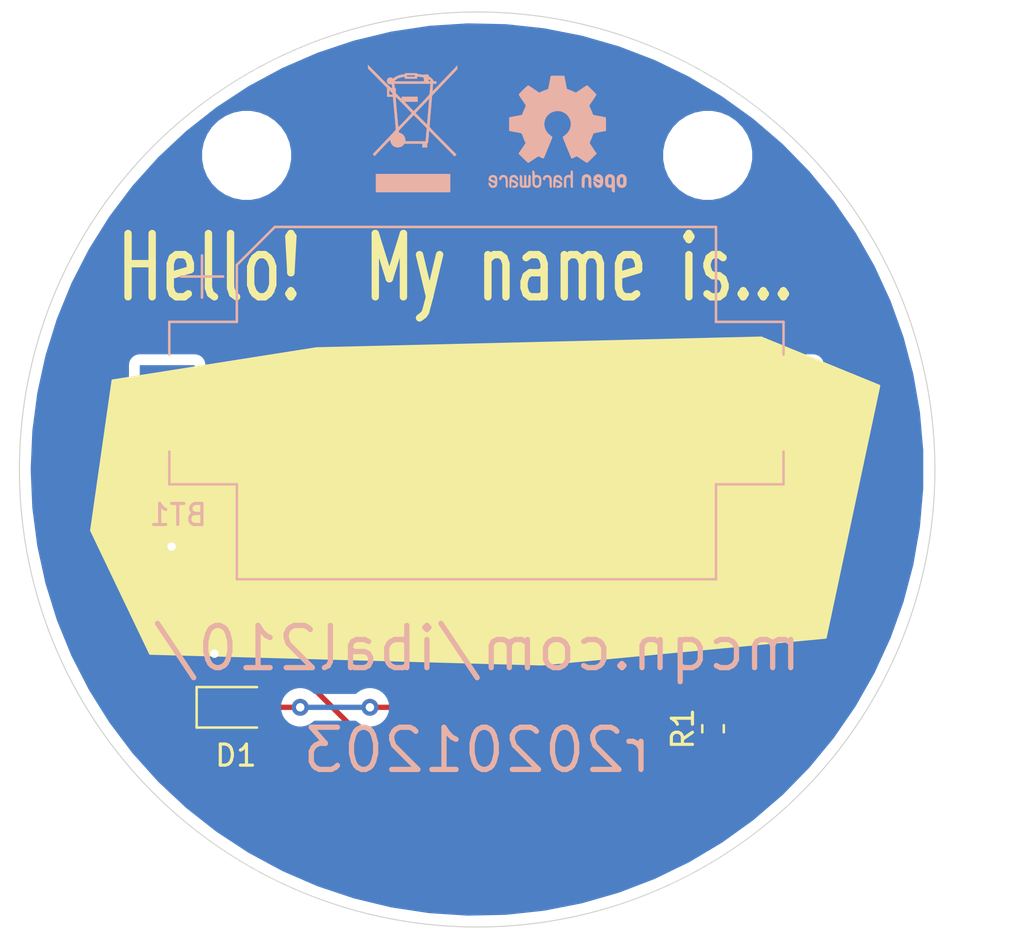
<source format=kicad_pcb>
(kicad_pcb (version 20171130) (host pcbnew 5.1.5+dfsg1-2build2)

  (general
    (thickness 1.6)
    (drawings 5)
    (tracks 16)
    (zones 0)
    (modules 7)
    (nets 4)
  )

  (page A4)
  (layers
    (0 F.Cu signal)
    (31 B.Cu signal)
    (32 B.Adhes user)
    (33 F.Adhes user)
    (34 B.Paste user)
    (35 F.Paste user)
    (36 B.SilkS user)
    (37 F.SilkS user)
    (38 B.Mask user)
    (39 F.Mask user)
    (40 Dwgs.User user)
    (41 Cmts.User user)
    (42 Eco1.User user)
    (43 Eco2.User user)
    (44 Edge.Cuts user)
    (45 Margin user)
    (46 B.CrtYd user)
    (47 F.CrtYd user)
    (48 B.Fab user)
    (49 F.Fab user)
  )

  (setup
    (last_trace_width 0.25)
    (trace_clearance 0.2)
    (zone_clearance 0.508)
    (zone_45_only no)
    (trace_min 0.2)
    (via_size 0.8)
    (via_drill 0.4)
    (via_min_size 0.4)
    (via_min_drill 0.3)
    (uvia_size 0.3)
    (uvia_drill 0.1)
    (uvias_allowed no)
    (uvia_min_size 0.2)
    (uvia_min_drill 0.1)
    (edge_width 0.05)
    (segment_width 0.2)
    (pcb_text_width 0.3)
    (pcb_text_size 1.5 1.5)
    (mod_edge_width 0.12)
    (mod_text_size 1 1)
    (mod_text_width 0.15)
    (pad_size 1.524 1.524)
    (pad_drill 0.762)
    (pad_to_mask_clearance 0.051)
    (solder_mask_min_width 0.25)
    (aux_axis_origin 0 0)
    (visible_elements FFFFFF7F)
    (pcbplotparams
      (layerselection 0x010fc_ffffffff)
      (usegerberextensions false)
      (usegerberattributes false)
      (usegerberadvancedattributes false)
      (creategerberjobfile false)
      (excludeedgelayer true)
      (linewidth 0.100000)
      (plotframeref false)
      (viasonmask false)
      (mode 1)
      (useauxorigin false)
      (hpglpennumber 1)
      (hpglpenspeed 20)
      (hpglpendiameter 15.000000)
      (psnegative false)
      (psa4output false)
      (plotreference true)
      (plotvalue true)
      (plotinvisibletext false)
      (padsonsilk false)
      (subtractmaskfromsilk false)
      (outputformat 1)
      (mirror false)
      (drillshape 1)
      (scaleselection 1)
      (outputdirectory ""))
  )

  (net 0 "")
  (net 1 GND)
  (net 2 +BATT)
  (net 3 "Net-(D1-Pad2)")

  (net_class Default "This is the default net class."
    (clearance 0.2)
    (trace_width 0.25)
    (via_dia 0.8)
    (via_drill 0.4)
    (uvia_dia 0.3)
    (uvia_drill 0.1)
    (add_net +BATT)
    (add_net GND)
    (add_net "Net-(D1-Pad2)")
  )

  (module Symbol:WEEE-Logo_4.2x6mm_SilkScreen (layer B.Cu) (tedit 0) (tstamp 5FC9C57E)
    (at 122.428 69.088 180)
    (descr "Waste Electrical and Electronic Equipment Directive")
    (tags "Logo WEEE")
    (attr virtual)
    (fp_text reference REF** (at 0 0) (layer B.SilkS) hide
      (effects (font (size 1 1) (thickness 0.15)) (justify mirror))
    )
    (fp_text value WEEE-Logo_4.2x6mm_SilkScreen (at 0.75 0) (layer B.Fab) hide
      (effects (font (size 1 1) (thickness 0.15)) (justify mirror))
    )
    (fp_poly (pts (xy 2.12443 2.935152) (xy 2.123811 2.848069) (xy 1.672086 2.389109) (xy 1.220361 1.930148)
      (xy 1.220032 1.719529) (xy 1.219703 1.508911) (xy 0.94461 1.508911) (xy 0.937522 1.45547)
      (xy 0.934838 1.431112) (xy 0.930313 1.385241) (xy 0.924191 1.320595) (xy 0.916712 1.239909)
      (xy 0.908119 1.145919) (xy 0.898654 1.041363) (xy 0.888558 0.928975) (xy 0.878074 0.811493)
      (xy 0.867444 0.691652) (xy 0.856909 0.572189) (xy 0.846713 0.455841) (xy 0.837095 0.345343)
      (xy 0.8283 0.243431) (xy 0.820568 0.152842) (xy 0.814142 0.076313) (xy 0.809263 0.016579)
      (xy 0.806175 -0.023624) (xy 0.805117 -0.041559) (xy 0.805118 -0.041644) (xy 0.812827 -0.056035)
      (xy 0.835981 -0.085748) (xy 0.874895 -0.131131) (xy 0.929884 -0.192529) (xy 1.001264 -0.270288)
      (xy 1.089349 -0.364754) (xy 1.194454 -0.476272) (xy 1.316895 -0.605188) (xy 1.35131 -0.641287)
      (xy 1.897137 -1.213416) (xy 1.808881 -1.301436) (xy 1.737485 -1.223758) (xy 1.711366 -1.195686)
      (xy 1.670566 -1.152274) (xy 1.617777 -1.096366) (xy 1.555691 -1.030808) (xy 1.487 -0.958441)
      (xy 1.414396 -0.882112) (xy 1.37096 -0.836524) (xy 1.289416 -0.751119) (xy 1.223504 -0.68271)
      (xy 1.171544 -0.630053) (xy 1.131855 -0.591905) (xy 1.102757 -0.56702) (xy 1.082569 -0.554156)
      (xy 1.06961 -0.552068) (xy 1.0622 -0.559513) (xy 1.058658 -0.575246) (xy 1.057303 -0.598023)
      (xy 1.057121 -0.604239) (xy 1.047703 -0.647061) (xy 1.024497 -0.698819) (xy 0.992136 -0.751328)
      (xy 0.955252 -0.796403) (xy 0.940493 -0.810328) (xy 0.864767 -0.859047) (xy 0.776308 -0.886306)
      (xy 0.6981 -0.892773) (xy 0.609468 -0.880576) (xy 0.527612 -0.844813) (xy 0.455164 -0.786722)
      (xy 0.441797 -0.772262) (xy 0.392918 -0.716733) (xy -0.452674 -0.716733) (xy -0.452674 -0.892773)
      (xy -0.67901 -0.892773) (xy -0.67901 -0.810531) (xy -0.68185 -0.754386) (xy -0.691393 -0.715416)
      (xy -0.702991 -0.694219) (xy -0.711277 -0.679052) (xy -0.718373 -0.657062) (xy -0.724748 -0.624987)
      (xy -0.730872 -0.579569) (xy -0.737216 -0.517548) (xy -0.74425 -0.435662) (xy -0.749066 -0.374746)
      (xy -0.771161 -0.089343) (xy -1.313565 -0.638805) (xy -1.411637 -0.738228) (xy -1.505784 -0.833815)
      (xy -1.594285 -0.92381) (xy -1.67542 -1.006457) (xy -1.747469 -1.080001) (xy -1.808712 -1.142684)
      (xy -1.857427 -1.192752) (xy -1.891896 -1.228448) (xy -1.910379 -1.247995) (xy -1.940743 -1.278944)
      (xy -1.966071 -1.30053) (xy -1.979695 -1.307723) (xy -1.997095 -1.299297) (xy -2.02246 -1.278245)
      (xy -2.031058 -1.269671) (xy -2.067514 -1.23162) (xy -1.866802 -1.027658) (xy -1.815596 -0.975699)
      (xy -1.749569 -0.90882) (xy -1.671618 -0.82995) (xy -1.584638 -0.742014) (xy -1.491526 -0.647941)
      (xy -1.395179 -0.550658) (xy -1.298492 -0.453093) (xy -1.229134 -0.383145) (xy -1.123703 -0.27655)
      (xy -1.035129 -0.186307) (xy -0.962281 -0.111192) (xy -0.904023 -0.049986) (xy -0.859225 -0.001466)
      (xy -0.837021 0.023871) (xy -0.658724 0.023871) (xy -0.636401 -0.261555) (xy -0.629669 -0.345219)
      (xy -0.623157 -0.421727) (xy -0.617234 -0.487081) (xy -0.612268 -0.537281) (xy -0.608629 -0.568329)
      (xy -0.607458 -0.575273) (xy -0.600838 -0.603565) (xy 0.348636 -0.603565) (xy 0.354974 -0.524606)
      (xy 0.37411 -0.431315) (xy 0.414154 -0.348791) (xy 0.472582 -0.280038) (xy 0.546871 -0.228063)
      (xy 0.630252 -0.196863) (xy 0.657302 -0.182228) (xy 0.670844 -0.150819) (xy 0.671128 -0.149434)
      (xy 0.672753 -0.136174) (xy 0.670744 -0.122595) (xy 0.663142 -0.106181) (xy 0.647984 -0.084411)
      (xy 0.623312 -0.054767) (xy 0.587164 -0.014732) (xy 0.53758 0.038215) (xy 0.472599 0.106591)
      (xy 0.468401 0.110995) (xy 0.398507 0.184389) (xy 0.3242 0.262563) (xy 0.250586 0.340136)
      (xy 0.182771 0.411725) (xy 0.12586 0.471949) (xy 0.113168 0.485413) (xy 0.064513 0.53618)
      (xy 0.021291 0.579625) (xy -0.013395 0.612759) (xy -0.036444 0.632595) (xy -0.044182 0.636954)
      (xy -0.055722 0.62783) (xy -0.08271 0.6028) (xy -0.123021 0.563948) (xy -0.174529 0.513357)
      (xy -0.235109 0.453112) (xy -0.302636 0.385296) (xy -0.357826 0.329435) (xy -0.658724 0.023871)
      (xy -0.837021 0.023871) (xy -0.826751 0.035589) (xy -0.805471 0.062401) (xy -0.794251 0.080192)
      (xy -0.791754 0.08843) (xy -0.7927 0.10641) (xy -0.795573 0.147108) (xy -0.800187 0.208181)
      (xy -0.806358 0.287287) (xy -0.813898 0.382086) (xy -0.822621 0.490233) (xy -0.832343 0.609388)
      (xy -0.842876 0.737209) (xy -0.851365 0.839365) (xy -0.899396 1.415326) (xy -0.775805 1.415326)
      (xy -0.775273 1.402896) (xy -0.772769 1.36789) (xy -0.768496 1.312785) (xy -0.762653 1.240057)
      (xy -0.755443 1.152186) (xy -0.747066 1.051649) (xy -0.737723 0.940923) (xy -0.728758 0.835795)
      (xy -0.718602 0.716517) (xy -0.709142 0.60392) (xy -0.700596 0.500695) (xy -0.693179 0.409527)
      (xy -0.687108 0.333105) (xy -0.682601 0.274117) (xy -0.679873 0.235251) (xy -0.679116 0.220156)
      (xy -0.677935 0.210762) (xy -0.673256 0.207034) (xy -0.663276 0.210529) (xy -0.64619 0.222801)
      (xy -0.620196 0.245406) (xy -0.58349 0.2799) (xy -0.534267 0.327838) (xy -0.470726 0.390776)
      (xy -0.403305 0.458032) (xy -0.127601 0.733523) (xy -0.129533 0.735594) (xy 0.05271 0.735594)
      (xy 0.061016 0.72422) (xy 0.084267 0.697437) (xy 0.120135 0.657708) (xy 0.166287 0.607493)
      (xy 0.220394 0.549254) (xy 0.280126 0.485453) (xy 0.343152 0.418551) (xy 0.407142 0.35101)
      (xy 0.469764 0.28529) (xy 0.52869 0.223854) (xy 0.581588 0.169163) (xy 0.626128 0.123678)
      (xy 0.65998 0.089862) (xy 0.680812 0.070174) (xy 0.686494 0.066163) (xy 0.688366 0.079109)
      (xy 0.692254 0.114866) (xy 0.697943 0.171196) (xy 0.705219 0.24586) (xy 0.713869 0.33662)
      (xy 0.723678 0.441238) (xy 0.734434 0.557474) (xy 0.745921 0.683092) (xy 0.755093 0.784382)
      (xy 0.766826 0.915721) (xy 0.777665 1.039448) (xy 0.78743 1.153319) (xy 0.795937 1.255089)
      (xy 0.803005 1.342513) (xy 0.808451 1.413347) (xy 0.812092 1.465347) (xy 0.813747 1.496268)
      (xy 0.813558 1.504297) (xy 0.803666 1.497146) (xy 0.778476 1.474159) (xy 0.74019 1.437561)
      (xy 0.691011 1.389578) (xy 0.633139 1.332434) (xy 0.568778 1.268353) (xy 0.500129 1.199562)
      (xy 0.429395 1.128284) (xy 0.358778 1.056745) (xy 0.29048 0.98717) (xy 0.226704 0.921783)
      (xy 0.16965 0.862809) (xy 0.121522 0.812473) (xy 0.084522 0.773001) (xy 0.060852 0.746617)
      (xy 0.05271 0.735594) (xy -0.129533 0.735594) (xy -0.230409 0.843705) (xy -0.282768 0.899623)
      (xy -0.341535 0.962052) (xy -0.404385 1.028557) (xy -0.468995 1.096702) (xy -0.533042 1.164052)
      (xy -0.594203 1.228172) (xy -0.650153 1.286628) (xy -0.69857 1.336982) (xy -0.73713 1.376802)
      (xy -0.763509 1.40365) (xy -0.775384 1.415092) (xy -0.775805 1.415326) (xy -0.899396 1.415326)
      (xy -0.911401 1.559274) (xy -1.511938 2.190842) (xy -2.112475 2.822411) (xy -2.112034 2.910685)
      (xy -2.111592 2.99896) (xy -2.014583 2.895334) (xy -1.960291 2.837537) (xy -1.896192 2.769632)
      (xy -1.824016 2.693428) (xy -1.745492 2.610731) (xy -1.662349 2.523347) (xy -1.576319 2.433085)
      (xy -1.48913 2.34175) (xy -1.402513 2.251151) (xy -1.318197 2.163093) (xy -1.237912 2.079385)
      (xy -1.163387 2.001833) (xy -1.096354 1.932243) (xy -1.038541 1.872424) (xy -0.991679 1.824182)
      (xy -0.957496 1.789324) (xy -0.937724 1.769657) (xy -0.93339 1.765884) (xy -0.933092 1.779008)
      (xy -0.934731 1.812611) (xy -0.938023 1.86212) (xy -0.942682 1.922963) (xy -0.944682 1.947268)
      (xy -0.959577 2.125049) (xy -0.842955 2.125049) (xy -0.836934 2.096757) (xy -0.833863 2.074382)
      (xy -0.829548 2.032283) (xy -0.824488 1.975822) (xy -0.819181 1.910365) (xy -0.817344 1.886138)
      (xy -0.811927 1.816579) (xy -0.806459 1.751982) (xy -0.801488 1.698452) (xy -0.797561 1.66209)
      (xy -0.796675 1.655491) (xy -0.793334 1.641944) (xy -0.786101 1.626086) (xy -0.77344 1.606139)
      (xy -0.753811 1.580327) (xy -0.725678 1.546871) (xy -0.687502 1.503993) (xy -0.637746 1.449917)
      (xy -0.574871 1.382864) (xy -0.497341 1.301057) (xy -0.418251 1.21805) (xy -0.339564 1.135906)
      (xy -0.266112 1.059831) (xy -0.199724 0.991675) (xy -0.142227 0.933288) (xy -0.095451 0.886519)
      (xy -0.061224 0.853218) (xy -0.041373 0.835233) (xy -0.03714 0.832558) (xy -0.026003 0.842259)
      (xy 0.000029 0.867559) (xy 0.03843 0.905918) (xy 0.086672 0.9548) (xy 0.14223 1.011666)
      (xy 0.182408 1.053094) (xy 0.392169 1.27) (xy -0.226337 1.27) (xy -0.226337 1.508911)
      (xy 0.528119 1.508911) (xy 0.528119 1.402458) (xy 0.666435 1.540346) (xy 0.764553 1.63816)
      (xy 0.955643 1.63816) (xy 0.957471 1.62273) (xy 0.966723 1.614133) (xy 0.98905 1.610387)
      (xy 1.030105 1.609511) (xy 1.037376 1.609505) (xy 1.119109 1.609505) (xy 1.119109 1.828828)
      (xy 1.037376 1.747821) (xy 0.99127 1.698572) (xy 0.963694 1.660841) (xy 0.955643 1.63816)
      (xy 0.764553 1.63816) (xy 0.804752 1.678234) (xy 0.804752 1.801048) (xy 0.805137 1.85755)
      (xy 0.8069 1.893495) (xy 0.81095 1.91347) (xy 0.818199 1.922063) (xy 0.82913 1.923861)
      (xy 0.841288 1.926502) (xy 0.850273 1.937088) (xy 0.857174 1.959619) (xy 0.863076 1.998091)
      (xy 0.869065 2.056502) (xy 0.870987 2.077896) (xy 0.875148 2.125049) (xy -0.842955 2.125049)
      (xy -0.959577 2.125049) (xy -1.119109 2.125049) (xy -1.119109 2.238218) (xy -1.051314 2.238218)
      (xy -1.011662 2.239304) (xy -0.990116 2.244546) (xy -0.98748 2.247666) (xy -0.848616 2.247666)
      (xy -0.841308 2.240538) (xy -0.815993 2.238338) (xy -0.798908 2.238218) (xy -0.741881 2.238218)
      (xy -0.529221 2.238218) (xy 0.885302 2.238218) (xy 0.837458 2.287214) (xy 0.76315 2.347676)
      (xy 0.671184 2.394309) (xy 0.560002 2.427751) (xy 0.449529 2.446247) (xy 0.377227 2.454878)
      (xy 0.377227 2.36396) (xy -0.201188 2.36396) (xy -0.201188 2.467107) (xy -0.286065 2.458504)
      (xy -0.345368 2.451244) (xy -0.408551 2.441621) (xy -0.446386 2.434748) (xy -0.521832 2.419593)
      (xy -0.525526 2.328905) (xy -0.529221 2.238218) (xy -0.741881 2.238218) (xy -0.741881 2.288515)
      (xy -0.743544 2.320024) (xy -0.747697 2.337537) (xy -0.749371 2.338812) (xy -0.767987 2.330746)
      (xy -0.795183 2.31118) (xy -0.822448 2.287056) (xy -0.841267 2.265318) (xy -0.842943 2.262492)
      (xy -0.848616 2.247666) (xy -0.98748 2.247666) (xy -0.979662 2.256919) (xy -0.975442 2.270396)
      (xy -0.958219 2.305373) (xy -0.925138 2.347421) (xy -0.881893 2.390644) (xy -0.834174 2.429146)
      (xy -0.80283 2.449199) (xy -0.767123 2.471149) (xy -0.748819 2.489589) (xy -0.742388 2.511332)
      (xy -0.741894 2.524282) (xy -0.741894 2.527425) (xy -0.100594 2.527425) (xy -0.100594 2.464554)
      (xy 0.276633 2.464554) (xy 0.276633 2.527425) (xy -0.100594 2.527425) (xy -0.741894 2.527425)
      (xy -0.741881 2.565148) (xy -0.636048 2.565148) (xy -0.587355 2.563971) (xy -0.549405 2.560835)
      (xy -0.528308 2.556329) (xy -0.526023 2.554505) (xy -0.512641 2.551705) (xy -0.480074 2.552852)
      (xy -0.433916 2.557607) (xy -0.402376 2.561997) (xy -0.345188 2.570622) (xy -0.292886 2.578409)
      (xy -0.253582 2.584153) (xy -0.242055 2.585785) (xy -0.211937 2.595112) (xy -0.201188 2.609728)
      (xy -0.19792 2.61568) (xy -0.18623 2.620222) (xy -0.163288 2.62353) (xy -0.126265 2.625785)
      (xy -0.072332 2.627166) (xy 0.00134 2.62785) (xy 0.08802 2.62802) (xy 0.180529 2.627923)
      (xy 0.250906 2.62747) (xy 0.302164 2.62641) (xy 0.33732 2.624497) (xy 0.359389 2.621481)
      (xy 0.371385 2.617115) (xy 0.376324 2.611151) (xy 0.377227 2.604216) (xy 0.384921 2.582205)
      (xy 0.410121 2.569679) (xy 0.456009 2.565212) (xy 0.464264 2.565148) (xy 0.541973 2.557132)
      (xy 0.630233 2.535064) (xy 0.721085 2.501916) (xy 0.80657 2.460661) (xy 0.878726 2.414269)
      (xy 0.888072 2.406918) (xy 0.918533 2.383002) (xy 0.936572 2.373424) (xy 0.949169 2.37652)
      (xy 0.9621 2.389296) (xy 1.000293 2.414322) (xy 1.049998 2.423929) (xy 1.103524 2.418933)
      (xy 1.153178 2.400149) (xy 1.191267 2.368394) (xy 1.194025 2.364703) (xy 1.222526 2.305425)
      (xy 1.227828 2.244066) (xy 1.210518 2.185573) (xy 1.17118 2.134896) (xy 1.16637 2.130711)
      (xy 1.13844 2.110833) (xy 1.110102 2.102079) (xy 1.070263 2.101447) (xy 1.060311 2.102008)
      (xy 1.021332 2.103438) (xy 1.001254 2.100161) (xy 0.993985 2.090272) (xy 0.99324 2.081039)
      (xy 0.991716 2.054256) (xy 0.987935 2.013975) (xy 0.985218 1.989876) (xy 0.981277 1.951599)
      (xy 0.982916 1.932004) (xy 0.992421 1.924842) (xy 1.009351 1.923861) (xy 1.019392 1.927099)
      (xy 1.03559 1.93758) (xy 1.059145 1.956452) (xy 1.091257 1.984865) (xy 1.133128 2.023965)
      (xy 1.185957 2.074903) (xy 1.250945 2.138827) (xy 1.329291 2.216886) (xy 1.422197 2.310228)
      (xy 1.530863 2.420002) (xy 1.583231 2.473048) (xy 2.125049 3.022233) (xy 2.12443 2.935152)) (layer B.SilkS) (width 0.01))
    (fp_poly (pts (xy 1.747822 -3.017822) (xy -1.772971 -3.017822) (xy -1.772971 -2.150198) (xy 1.747822 -2.150198)
      (xy 1.747822 -3.017822)) (layer B.SilkS) (width 0.01))
  )

  (module Symbol:OSHW-Logo2_7.3x6mm_SilkScreen (layer B.Cu) (tedit 0) (tstamp 5FC9BFE7)
    (at 129.286 69.342 180)
    (descr "Open Source Hardware Symbol")
    (tags "Logo Symbol OSHW")
    (attr virtual)
    (fp_text reference REF** (at 0 0) (layer B.SilkS) hide
      (effects (font (size 1 1) (thickness 0.15)) (justify mirror))
    )
    (fp_text value OSHW-Logo2_7.3x6mm_SilkScreen (at 0.75 0) (layer B.Fab) hide
      (effects (font (size 1 1) (thickness 0.15)) (justify mirror))
    )
    (fp_poly (pts (xy 0.10391 2.757652) (xy 0.182454 2.757222) (xy 0.239298 2.756058) (xy 0.278105 2.753793)
      (xy 0.302538 2.75006) (xy 0.316262 2.744494) (xy 0.32294 2.736727) (xy 0.326236 2.726395)
      (xy 0.326556 2.725057) (xy 0.331562 2.700921) (xy 0.340829 2.653299) (xy 0.353392 2.587259)
      (xy 0.368287 2.507872) (xy 0.384551 2.420204) (xy 0.385119 2.417125) (xy 0.40141 2.331211)
      (xy 0.416652 2.255304) (xy 0.429861 2.193955) (xy 0.440054 2.151718) (xy 0.446248 2.133145)
      (xy 0.446543 2.132816) (xy 0.464788 2.123747) (xy 0.502405 2.108633) (xy 0.551271 2.090738)
      (xy 0.551543 2.090642) (xy 0.613093 2.067507) (xy 0.685657 2.038035) (xy 0.754057 2.008403)
      (xy 0.757294 2.006938) (xy 0.868702 1.956374) (xy 1.115399 2.12484) (xy 1.191077 2.176197)
      (xy 1.259631 2.222111) (xy 1.317088 2.25997) (xy 1.359476 2.287163) (xy 1.382825 2.301079)
      (xy 1.385042 2.302111) (xy 1.40201 2.297516) (xy 1.433701 2.275345) (xy 1.481352 2.234553)
      (xy 1.546198 2.174095) (xy 1.612397 2.109773) (xy 1.676214 2.046388) (xy 1.733329 1.988549)
      (xy 1.780305 1.939825) (xy 1.813703 1.90379) (xy 1.830085 1.884016) (xy 1.830694 1.882998)
      (xy 1.832505 1.869428) (xy 1.825683 1.847267) (xy 1.80854 1.813522) (xy 1.779393 1.7652)
      (xy 1.736555 1.699308) (xy 1.679448 1.614483) (xy 1.628766 1.539823) (xy 1.583461 1.47286)
      (xy 1.54615 1.417484) (xy 1.519452 1.37758) (xy 1.505985 1.357038) (xy 1.505137 1.355644)
      (xy 1.506781 1.335962) (xy 1.519245 1.297707) (xy 1.540048 1.248111) (xy 1.547462 1.232272)
      (xy 1.579814 1.16171) (xy 1.614328 1.081647) (xy 1.642365 1.012371) (xy 1.662568 0.960955)
      (xy 1.678615 0.921881) (xy 1.687888 0.901459) (xy 1.689041 0.899886) (xy 1.706096 0.897279)
      (xy 1.746298 0.890137) (xy 1.804302 0.879477) (xy 1.874763 0.866315) (xy 1.952335 0.851667)
      (xy 2.031672 0.836551) (xy 2.107431 0.821982) (xy 2.174264 0.808978) (xy 2.226828 0.798555)
      (xy 2.259776 0.79173) (xy 2.267857 0.789801) (xy 2.276205 0.785038) (xy 2.282506 0.774282)
      (xy 2.287045 0.753902) (xy 2.290104 0.720266) (xy 2.291967 0.669745) (xy 2.292918 0.598708)
      (xy 2.29324 0.503524) (xy 2.293257 0.464508) (xy 2.293257 0.147201) (xy 2.217057 0.132161)
      (xy 2.174663 0.124005) (xy 2.1114 0.112101) (xy 2.034962 0.097884) (xy 1.953043 0.08279)
      (xy 1.9304 0.078645) (xy 1.854806 0.063947) (xy 1.788953 0.049495) (xy 1.738366 0.036625)
      (xy 1.708574 0.026678) (xy 1.703612 0.023713) (xy 1.691426 0.002717) (xy 1.673953 -0.037967)
      (xy 1.654577 -0.090322) (xy 1.650734 -0.1016) (xy 1.625339 -0.171523) (xy 1.593817 -0.250418)
      (xy 1.562969 -0.321266) (xy 1.562817 -0.321595) (xy 1.511447 -0.432733) (xy 1.680399 -0.681253)
      (xy 1.849352 -0.929772) (xy 1.632429 -1.147058) (xy 1.566819 -1.211726) (xy 1.506979 -1.268733)
      (xy 1.456267 -1.315033) (xy 1.418046 -1.347584) (xy 1.395675 -1.363343) (xy 1.392466 -1.364343)
      (xy 1.373626 -1.356469) (xy 1.33518 -1.334578) (xy 1.28133 -1.301267) (xy 1.216276 -1.259131)
      (xy 1.14594 -1.211943) (xy 1.074555 -1.16381) (xy 1.010908 -1.121928) (xy 0.959041 -1.088871)
      (xy 0.922995 -1.067218) (xy 0.906867 -1.059543) (xy 0.887189 -1.066037) (xy 0.849875 -1.08315)
      (xy 0.802621 -1.107326) (xy 0.797612 -1.110013) (xy 0.733977 -1.141927) (xy 0.690341 -1.157579)
      (xy 0.663202 -1.157745) (xy 0.649057 -1.143204) (xy 0.648975 -1.143) (xy 0.641905 -1.125779)
      (xy 0.625042 -1.084899) (xy 0.599695 -1.023525) (xy 0.567171 -0.944819) (xy 0.528778 -0.851947)
      (xy 0.485822 -0.748072) (xy 0.444222 -0.647502) (xy 0.398504 -0.536516) (xy 0.356526 -0.433703)
      (xy 0.319548 -0.342215) (xy 0.288827 -0.265201) (xy 0.265622 -0.205815) (xy 0.25119 -0.167209)
      (xy 0.246743 -0.1528) (xy 0.257896 -0.136272) (xy 0.287069 -0.10993) (xy 0.325971 -0.080887)
      (xy 0.436757 0.010961) (xy 0.523351 0.116241) (xy 0.584716 0.232734) (xy 0.619815 0.358224)
      (xy 0.627608 0.490493) (xy 0.621943 0.551543) (xy 0.591078 0.678205) (xy 0.53792 0.790059)
      (xy 0.465767 0.885999) (xy 0.377917 0.964924) (xy 0.277665 1.02573) (xy 0.16831 1.067313)
      (xy 0.053147 1.088572) (xy -0.064525 1.088401) (xy -0.18141 1.065699) (xy -0.294211 1.019362)
      (xy -0.399631 0.948287) (xy -0.443632 0.908089) (xy -0.528021 0.804871) (xy -0.586778 0.692075)
      (xy -0.620296 0.57299) (xy -0.628965 0.450905) (xy -0.613177 0.329107) (xy -0.573322 0.210884)
      (xy -0.509793 0.099525) (xy -0.422979 -0.001684) (xy -0.325971 -0.080887) (xy -0.285563 -0.111162)
      (xy -0.257018 -0.137219) (xy -0.246743 -0.152825) (xy -0.252123 -0.169843) (xy -0.267425 -0.2105)
      (xy -0.291388 -0.271642) (xy -0.322756 -0.350119) (xy -0.360268 -0.44278) (xy -0.402667 -0.546472)
      (xy -0.444337 -0.647526) (xy -0.49031 -0.758607) (xy -0.532893 -0.861541) (xy -0.570779 -0.953165)
      (xy -0.60266 -1.030316) (xy -0.627229 -1.089831) (xy -0.64318 -1.128544) (xy -0.64909 -1.143)
      (xy -0.663052 -1.157685) (xy -0.69006 -1.157642) (xy -0.733587 -1.142099) (xy -0.79711 -1.110284)
      (xy -0.797612 -1.110013) (xy -0.84544 -1.085323) (xy -0.884103 -1.067338) (xy -0.905905 -1.059614)
      (xy -0.906867 -1.059543) (xy -0.923279 -1.067378) (xy -0.959513 -1.089165) (xy -1.011526 -1.122328)
      (xy -1.075275 -1.164291) (xy -1.14594 -1.211943) (xy -1.217884 -1.260191) (xy -1.282726 -1.302151)
      (xy -1.336265 -1.335227) (xy -1.374303 -1.356821) (xy -1.392467 -1.364343) (xy -1.409192 -1.354457)
      (xy -1.44282 -1.326826) (xy -1.48999 -1.284495) (xy -1.547342 -1.230505) (xy -1.611516 -1.167899)
      (xy -1.632503 -1.146983) (xy -1.849501 -0.929623) (xy -1.684332 -0.68722) (xy -1.634136 -0.612781)
      (xy -1.590081 -0.545972) (xy -1.554638 -0.490665) (xy -1.530281 -0.450729) (xy -1.519478 -0.430036)
      (xy -1.519162 -0.428563) (xy -1.524857 -0.409058) (xy -1.540174 -0.369822) (xy -1.562463 -0.31743)
      (xy -1.578107 -0.282355) (xy -1.607359 -0.215201) (xy -1.634906 -0.147358) (xy -1.656263 -0.090034)
      (xy -1.662065 -0.072572) (xy -1.678548 -0.025938) (xy -1.69466 0.010095) (xy -1.70351 0.023713)
      (xy -1.72304 0.032048) (xy -1.765666 0.043863) (xy -1.825855 0.057819) (xy -1.898078 0.072578)
      (xy -1.9304 0.078645) (xy -2.012478 0.093727) (xy -2.091205 0.108331) (xy -2.158891 0.12102)
      (xy -2.20784 0.130358) (xy -2.217057 0.132161) (xy -2.293257 0.147201) (xy -2.293257 0.464508)
      (xy -2.293086 0.568846) (xy -2.292384 0.647787) (xy -2.290866 0.704962) (xy -2.288251 0.744001)
      (xy -2.284254 0.768535) (xy -2.278591 0.782195) (xy -2.27098 0.788611) (xy -2.267857 0.789801)
      (xy -2.249022 0.79402) (xy -2.207412 0.802438) (xy -2.14837 0.814039) (xy -2.077243 0.827805)
      (xy -1.999375 0.84272) (xy -1.920113 0.857768) (xy -1.844802 0.871931) (xy -1.778787 0.884194)
      (xy -1.727413 0.893539) (xy -1.696025 0.89895) (xy -1.689041 0.899886) (xy -1.682715 0.912404)
      (xy -1.66871 0.945754) (xy -1.649645 0.993623) (xy -1.642366 1.012371) (xy -1.613004 1.084805)
      (xy -1.578429 1.16483) (xy -1.547463 1.232272) (xy -1.524677 1.283841) (xy -1.509518 1.326215)
      (xy -1.504458 1.352166) (xy -1.505264 1.355644) (xy -1.515959 1.372064) (xy -1.54038 1.408583)
      (xy -1.575905 1.461313) (xy -1.619913 1.526365) (xy -1.669783 1.599849) (xy -1.679644 1.614355)
      (xy -1.737508 1.700296) (xy -1.780044 1.765739) (xy -1.808946 1.813696) (xy -1.82591 1.84718)
      (xy -1.832633 1.869205) (xy -1.83081 1.882783) (xy -1.830764 1.882869) (xy -1.816414 1.900703)
      (xy -1.784677 1.935183) (xy -1.73899 1.982732) (xy -1.682796 2.039778) (xy -1.619532 2.102745)
      (xy -1.612398 2.109773) (xy -1.53267 2.18698) (xy -1.471143 2.24367) (xy -1.426579 2.28089)
      (xy -1.397743 2.299685) (xy -1.385042 2.302111) (xy -1.366506 2.291529) (xy -1.328039 2.267084)
      (xy -1.273614 2.231388) (xy -1.207202 2.187053) (xy -1.132775 2.136689) (xy -1.115399 2.12484)
      (xy -0.868703 1.956374) (xy -0.757294 2.006938) (xy -0.689543 2.036405) (xy -0.616817 2.066041)
      (xy -0.554297 2.08967) (xy -0.551543 2.090642) (xy -0.50264 2.108543) (xy -0.464943 2.12368)
      (xy -0.446575 2.13279) (xy -0.446544 2.132816) (xy -0.440715 2.149283) (xy -0.430808 2.189781)
      (xy -0.417805 2.249758) (xy -0.402691 2.32466) (xy -0.386448 2.409936) (xy -0.385119 2.417125)
      (xy -0.368825 2.504986) (xy -0.353867 2.58474) (xy -0.341209 2.651319) (xy -0.331814 2.699653)
      (xy -0.326646 2.724675) (xy -0.326556 2.725057) (xy -0.323411 2.735701) (xy -0.317296 2.743738)
      (xy -0.304547 2.749533) (xy -0.2815 2.753453) (xy -0.244491 2.755865) (xy -0.189856 2.757135)
      (xy -0.113933 2.757629) (xy -0.013056 2.757714) (xy 0 2.757714) (xy 0.10391 2.757652)) (layer B.SilkS) (width 0.01))
    (fp_poly (pts (xy 3.153595 -1.966966) (xy 3.211021 -2.004497) (xy 3.238719 -2.038096) (xy 3.260662 -2.099064)
      (xy 3.262405 -2.147308) (xy 3.258457 -2.211816) (xy 3.109686 -2.276934) (xy 3.037349 -2.310202)
      (xy 2.990084 -2.336964) (xy 2.965507 -2.360144) (xy 2.961237 -2.382667) (xy 2.974889 -2.407455)
      (xy 2.989943 -2.423886) (xy 3.033746 -2.450235) (xy 3.081389 -2.452081) (xy 3.125145 -2.431546)
      (xy 3.157289 -2.390752) (xy 3.163038 -2.376347) (xy 3.190576 -2.331356) (xy 3.222258 -2.312182)
      (xy 3.265714 -2.295779) (xy 3.265714 -2.357966) (xy 3.261872 -2.400283) (xy 3.246823 -2.435969)
      (xy 3.21528 -2.476943) (xy 3.210592 -2.482267) (xy 3.175506 -2.51872) (xy 3.145347 -2.538283)
      (xy 3.107615 -2.547283) (xy 3.076335 -2.55023) (xy 3.020385 -2.550965) (xy 2.980555 -2.54166)
      (xy 2.955708 -2.527846) (xy 2.916656 -2.497467) (xy 2.889625 -2.464613) (xy 2.872517 -2.423294)
      (xy 2.863238 -2.367521) (xy 2.859693 -2.291305) (xy 2.85941 -2.252622) (xy 2.860372 -2.206247)
      (xy 2.948007 -2.206247) (xy 2.949023 -2.231126) (xy 2.951556 -2.2352) (xy 2.968274 -2.229665)
      (xy 3.004249 -2.215017) (xy 3.052331 -2.19419) (xy 3.062386 -2.189714) (xy 3.123152 -2.158814)
      (xy 3.156632 -2.131657) (xy 3.16399 -2.10622) (xy 3.146391 -2.080481) (xy 3.131856 -2.069109)
      (xy 3.07941 -2.046364) (xy 3.030322 -2.050122) (xy 2.989227 -2.077884) (xy 2.960758 -2.127152)
      (xy 2.951631 -2.166257) (xy 2.948007 -2.206247) (xy 2.860372 -2.206247) (xy 2.861285 -2.162249)
      (xy 2.868196 -2.095384) (xy 2.881884 -2.046695) (xy 2.904096 -2.010849) (xy 2.936574 -1.982513)
      (xy 2.950733 -1.973355) (xy 3.015053 -1.949507) (xy 3.085473 -1.948006) (xy 3.153595 -1.966966)) (layer B.SilkS) (width 0.01))
    (fp_poly (pts (xy 2.6526 -1.958752) (xy 2.669948 -1.966334) (xy 2.711356 -1.999128) (xy 2.746765 -2.046547)
      (xy 2.768664 -2.097151) (xy 2.772229 -2.122098) (xy 2.760279 -2.156927) (xy 2.734067 -2.175357)
      (xy 2.705964 -2.186516) (xy 2.693095 -2.188572) (xy 2.686829 -2.173649) (xy 2.674456 -2.141175)
      (xy 2.669028 -2.126502) (xy 2.63859 -2.075744) (xy 2.59452 -2.050427) (xy 2.53801 -2.051206)
      (xy 2.533825 -2.052203) (xy 2.503655 -2.066507) (xy 2.481476 -2.094393) (xy 2.466327 -2.139287)
      (xy 2.45725 -2.204615) (xy 2.453286 -2.293804) (xy 2.452914 -2.341261) (xy 2.45273 -2.416071)
      (xy 2.451522 -2.467069) (xy 2.448309 -2.499471) (xy 2.442109 -2.518495) (xy 2.43194 -2.529356)
      (xy 2.416819 -2.537272) (xy 2.415946 -2.53767) (xy 2.386828 -2.549981) (xy 2.372403 -2.554514)
      (xy 2.370186 -2.540809) (xy 2.368289 -2.502925) (xy 2.366847 -2.445715) (xy 2.365998 -2.374027)
      (xy 2.365829 -2.321565) (xy 2.366692 -2.220047) (xy 2.37007 -2.143032) (xy 2.377142 -2.086023)
      (xy 2.389088 -2.044526) (xy 2.40709 -2.014043) (xy 2.432327 -1.99008) (xy 2.457247 -1.973355)
      (xy 2.517171 -1.951097) (xy 2.586911 -1.946076) (xy 2.6526 -1.958752)) (layer B.SilkS) (width 0.01))
    (fp_poly (pts (xy 2.144876 -1.956335) (xy 2.186667 -1.975344) (xy 2.219469 -1.998378) (xy 2.243503 -2.024133)
      (xy 2.260097 -2.057358) (xy 2.270577 -2.1028) (xy 2.276271 -2.165207) (xy 2.278507 -2.249327)
      (xy 2.278743 -2.304721) (xy 2.278743 -2.520826) (xy 2.241774 -2.53767) (xy 2.212656 -2.549981)
      (xy 2.198231 -2.554514) (xy 2.195472 -2.541025) (xy 2.193282 -2.504653) (xy 2.191942 -2.451542)
      (xy 2.191657 -2.409372) (xy 2.190434 -2.348447) (xy 2.187136 -2.300115) (xy 2.182321 -2.270518)
      (xy 2.178496 -2.264229) (xy 2.152783 -2.270652) (xy 2.112418 -2.287125) (xy 2.065679 -2.309458)
      (xy 2.020845 -2.333457) (xy 1.986193 -2.35493) (xy 1.970002 -2.369685) (xy 1.969938 -2.369845)
      (xy 1.97133 -2.397152) (xy 1.983818 -2.423219) (xy 2.005743 -2.444392) (xy 2.037743 -2.451474)
      (xy 2.065092 -2.450649) (xy 2.103826 -2.450042) (xy 2.124158 -2.459116) (xy 2.136369 -2.483092)
      (xy 2.137909 -2.487613) (xy 2.143203 -2.521806) (xy 2.129047 -2.542568) (xy 2.092148 -2.552462)
      (xy 2.052289 -2.554292) (xy 1.980562 -2.540727) (xy 1.943432 -2.521355) (xy 1.897576 -2.475845)
      (xy 1.873256 -2.419983) (xy 1.871073 -2.360957) (xy 1.891629 -2.305953) (xy 1.922549 -2.271486)
      (xy 1.95342 -2.252189) (xy 2.001942 -2.227759) (xy 2.058485 -2.202985) (xy 2.06791 -2.199199)
      (xy 2.130019 -2.171791) (xy 2.165822 -2.147634) (xy 2.177337 -2.123619) (xy 2.16658 -2.096635)
      (xy 2.148114 -2.075543) (xy 2.104469 -2.049572) (xy 2.056446 -2.047624) (xy 2.012406 -2.067637)
      (xy 1.980709 -2.107551) (xy 1.976549 -2.117848) (xy 1.952327 -2.155724) (xy 1.916965 -2.183842)
      (xy 1.872343 -2.206917) (xy 1.872343 -2.141485) (xy 1.874969 -2.101506) (xy 1.88623 -2.069997)
      (xy 1.911199 -2.036378) (xy 1.935169 -2.010484) (xy 1.972441 -1.973817) (xy 2.001401 -1.954121)
      (xy 2.032505 -1.94622) (xy 2.067713 -1.944914) (xy 2.144876 -1.956335)) (layer B.SilkS) (width 0.01))
    (fp_poly (pts (xy 1.779833 -1.958663) (xy 1.782048 -1.99685) (xy 1.783784 -2.054886) (xy 1.784899 -2.12818)
      (xy 1.785257 -2.205055) (xy 1.785257 -2.465196) (xy 1.739326 -2.511127) (xy 1.707675 -2.539429)
      (xy 1.67989 -2.550893) (xy 1.641915 -2.550168) (xy 1.62684 -2.548321) (xy 1.579726 -2.542948)
      (xy 1.540756 -2.539869) (xy 1.531257 -2.539585) (xy 1.499233 -2.541445) (xy 1.453432 -2.546114)
      (xy 1.435674 -2.548321) (xy 1.392057 -2.551735) (xy 1.362745 -2.54432) (xy 1.33368 -2.521427)
      (xy 1.323188 -2.511127) (xy 1.277257 -2.465196) (xy 1.277257 -1.978602) (xy 1.314226 -1.961758)
      (xy 1.346059 -1.949282) (xy 1.364683 -1.944914) (xy 1.369458 -1.958718) (xy 1.373921 -1.997286)
      (xy 1.377775 -2.056356) (xy 1.380722 -2.131663) (xy 1.382143 -2.195286) (xy 1.386114 -2.445657)
      (xy 1.420759 -2.450556) (xy 1.452268 -2.447131) (xy 1.467708 -2.436041) (xy 1.472023 -2.415308)
      (xy 1.475708 -2.371145) (xy 1.478469 -2.309146) (xy 1.480012 -2.234909) (xy 1.480235 -2.196706)
      (xy 1.480457 -1.976783) (xy 1.526166 -1.960849) (xy 1.558518 -1.950015) (xy 1.576115 -1.944962)
      (xy 1.576623 -1.944914) (xy 1.578388 -1.958648) (xy 1.580329 -1.99673) (xy 1.582282 -2.054482)
      (xy 1.584084 -2.127227) (xy 1.585343 -2.195286) (xy 1.589314 -2.445657) (xy 1.6764 -2.445657)
      (xy 1.680396 -2.21724) (xy 1.684392 -1.988822) (xy 1.726847 -1.966868) (xy 1.758192 -1.951793)
      (xy 1.776744 -1.944951) (xy 1.777279 -1.944914) (xy 1.779833 -1.958663)) (layer B.SilkS) (width 0.01))
    (fp_poly (pts (xy 1.190117 -2.065358) (xy 1.189933 -2.173837) (xy 1.189219 -2.257287) (xy 1.187675 -2.319704)
      (xy 1.185001 -2.365085) (xy 1.180894 -2.397429) (xy 1.175055 -2.420733) (xy 1.167182 -2.438995)
      (xy 1.161221 -2.449418) (xy 1.111855 -2.505945) (xy 1.049264 -2.541377) (xy 0.980013 -2.55409)
      (xy 0.910668 -2.542463) (xy 0.869375 -2.521568) (xy 0.826025 -2.485422) (xy 0.796481 -2.441276)
      (xy 0.778655 -2.383462) (xy 0.770463 -2.306313) (xy 0.769302 -2.249714) (xy 0.769458 -2.245647)
      (xy 0.870857 -2.245647) (xy 0.871476 -2.31055) (xy 0.874314 -2.353514) (xy 0.88084 -2.381622)
      (xy 0.892523 -2.401953) (xy 0.906483 -2.417288) (xy 0.953365 -2.44689) (xy 1.003701 -2.449419)
      (xy 1.051276 -2.424705) (xy 1.054979 -2.421356) (xy 1.070783 -2.403935) (xy 1.080693 -2.383209)
      (xy 1.086058 -2.352362) (xy 1.088228 -2.304577) (xy 1.088571 -2.251748) (xy 1.087827 -2.185381)
      (xy 1.084748 -2.141106) (xy 1.078061 -2.112009) (xy 1.066496 -2.091173) (xy 1.057013 -2.080107)
      (xy 1.01296 -2.052198) (xy 0.962224 -2.048843) (xy 0.913796 -2.070159) (xy 0.90445 -2.078073)
      (xy 0.88854 -2.095647) (xy 0.87861 -2.116587) (xy 0.873278 -2.147782) (xy 0.871163 -2.196122)
      (xy 0.870857 -2.245647) (xy 0.769458 -2.245647) (xy 0.77281 -2.158568) (xy 0.784726 -2.090086)
      (xy 0.807135 -2.0386) (xy 0.842124 -1.998443) (xy 0.869375 -1.977861) (xy 0.918907 -1.955625)
      (xy 0.976316 -1.945304) (xy 1.029682 -1.948067) (xy 1.059543 -1.959212) (xy 1.071261 -1.962383)
      (xy 1.079037 -1.950557) (xy 1.084465 -1.918866) (xy 1.088571 -1.870593) (xy 1.093067 -1.816829)
      (xy 1.099313 -1.784482) (xy 1.110676 -1.765985) (xy 1.130528 -1.75377) (xy 1.143 -1.748362)
      (xy 1.190171 -1.728601) (xy 1.190117 -2.065358)) (layer B.SilkS) (width 0.01))
    (fp_poly (pts (xy 0.529926 -1.949755) (xy 0.595858 -1.974084) (xy 0.649273 -2.017117) (xy 0.670164 -2.047409)
      (xy 0.692939 -2.102994) (xy 0.692466 -2.143186) (xy 0.668562 -2.170217) (xy 0.659717 -2.174813)
      (xy 0.62153 -2.189144) (xy 0.602028 -2.185472) (xy 0.595422 -2.161407) (xy 0.595086 -2.148114)
      (xy 0.582992 -2.09921) (xy 0.551471 -2.064999) (xy 0.507659 -2.048476) (xy 0.458695 -2.052634)
      (xy 0.418894 -2.074227) (xy 0.40545 -2.086544) (xy 0.395921 -2.101487) (xy 0.389485 -2.124075)
      (xy 0.385317 -2.159328) (xy 0.382597 -2.212266) (xy 0.380502 -2.287907) (xy 0.37996 -2.311857)
      (xy 0.377981 -2.39379) (xy 0.375731 -2.451455) (xy 0.372357 -2.489608) (xy 0.367006 -2.513004)
      (xy 0.358824 -2.526398) (xy 0.346959 -2.534545) (xy 0.339362 -2.538144) (xy 0.307102 -2.550452)
      (xy 0.288111 -2.554514) (xy 0.281836 -2.540948) (xy 0.278006 -2.499934) (xy 0.2766 -2.430999)
      (xy 0.277598 -2.333669) (xy 0.277908 -2.318657) (xy 0.280101 -2.229859) (xy 0.282693 -2.165019)
      (xy 0.286382 -2.119067) (xy 0.291864 -2.086935) (xy 0.299835 -2.063553) (xy 0.310993 -2.043852)
      (xy 0.31683 -2.03541) (xy 0.350296 -1.998057) (xy 0.387727 -1.969003) (xy 0.392309 -1.966467)
      (xy 0.459426 -1.946443) (xy 0.529926 -1.949755)) (layer B.SilkS) (width 0.01))
    (fp_poly (pts (xy 0.039744 -1.950968) (xy 0.096616 -1.972087) (xy 0.097267 -1.972493) (xy 0.13244 -1.99838)
      (xy 0.158407 -2.028633) (xy 0.17667 -2.068058) (xy 0.188732 -2.121462) (xy 0.196096 -2.193651)
      (xy 0.200264 -2.289432) (xy 0.200629 -2.303078) (xy 0.205876 -2.508842) (xy 0.161716 -2.531678)
      (xy 0.129763 -2.54711) (xy 0.11047 -2.554423) (xy 0.109578 -2.554514) (xy 0.106239 -2.541022)
      (xy 0.103587 -2.504626) (xy 0.101956 -2.451452) (xy 0.1016 -2.408393) (xy 0.101592 -2.338641)
      (xy 0.098403 -2.294837) (xy 0.087288 -2.273944) (xy 0.063501 -2.272925) (xy 0.022296 -2.288741)
      (xy -0.039914 -2.317815) (xy -0.085659 -2.341963) (xy -0.109187 -2.362913) (xy -0.116104 -2.385747)
      (xy -0.116114 -2.386877) (xy -0.104701 -2.426212) (xy -0.070908 -2.447462) (xy -0.019191 -2.450539)
      (xy 0.018061 -2.450006) (xy 0.037703 -2.460735) (xy 0.049952 -2.486505) (xy 0.057002 -2.519337)
      (xy 0.046842 -2.537966) (xy 0.043017 -2.540632) (xy 0.007001 -2.55134) (xy -0.043434 -2.552856)
      (xy -0.095374 -2.545759) (xy -0.132178 -2.532788) (xy -0.183062 -2.489585) (xy -0.211986 -2.429446)
      (xy -0.217714 -2.382462) (xy -0.213343 -2.340082) (xy -0.197525 -2.305488) (xy -0.166203 -2.274763)
      (xy -0.115322 -2.24399) (xy -0.040824 -2.209252) (xy -0.036286 -2.207288) (xy 0.030821 -2.176287)
      (xy 0.072232 -2.150862) (xy 0.089981 -2.128014) (xy 0.086107 -2.104745) (xy 0.062643 -2.078056)
      (xy 0.055627 -2.071914) (xy 0.00863 -2.0481) (xy -0.040067 -2.049103) (xy -0.082478 -2.072451)
      (xy -0.110616 -2.115675) (xy -0.113231 -2.12416) (xy -0.138692 -2.165308) (xy -0.170999 -2.185128)
      (xy -0.217714 -2.20477) (xy -0.217714 -2.15395) (xy -0.203504 -2.080082) (xy -0.161325 -2.012327)
      (xy -0.139376 -1.989661) (xy -0.089483 -1.960569) (xy -0.026033 -1.9474) (xy 0.039744 -1.950968)) (layer B.SilkS) (width 0.01))
    (fp_poly (pts (xy -0.624114 -1.851289) (xy -0.619861 -1.910613) (xy -0.614975 -1.945572) (xy -0.608205 -1.96082)
      (xy -0.598298 -1.961015) (xy -0.595086 -1.959195) (xy -0.552356 -1.946015) (xy -0.496773 -1.946785)
      (xy -0.440263 -1.960333) (xy -0.404918 -1.977861) (xy -0.368679 -2.005861) (xy -0.342187 -2.037549)
      (xy -0.324001 -2.077813) (xy -0.312678 -2.131543) (xy -0.306778 -2.203626) (xy -0.304857 -2.298951)
      (xy -0.304823 -2.317237) (xy -0.3048 -2.522646) (xy -0.350509 -2.53858) (xy -0.382973 -2.54942)
      (xy -0.400785 -2.554468) (xy -0.401309 -2.554514) (xy -0.403063 -2.540828) (xy -0.404556 -2.503076)
      (xy -0.405674 -2.446224) (xy -0.406303 -2.375234) (xy -0.4064 -2.332073) (xy -0.406602 -2.246973)
      (xy -0.407642 -2.185981) (xy -0.410169 -2.144177) (xy -0.414836 -2.116642) (xy -0.422293 -2.098456)
      (xy -0.433189 -2.084698) (xy -0.439993 -2.078073) (xy -0.486728 -2.051375) (xy -0.537728 -2.049375)
      (xy -0.583999 -2.071955) (xy -0.592556 -2.080107) (xy -0.605107 -2.095436) (xy -0.613812 -2.113618)
      (xy -0.619369 -2.139909) (xy -0.622474 -2.179562) (xy -0.623824 -2.237832) (xy -0.624114 -2.318173)
      (xy -0.624114 -2.522646) (xy -0.669823 -2.53858) (xy -0.702287 -2.54942) (xy -0.720099 -2.554468)
      (xy -0.720623 -2.554514) (xy -0.721963 -2.540623) (xy -0.723172 -2.501439) (xy -0.724199 -2.4407)
      (xy -0.724998 -2.362141) (xy -0.725519 -2.269498) (xy -0.725714 -2.166509) (xy -0.725714 -1.769342)
      (xy -0.678543 -1.749444) (xy -0.631371 -1.729547) (xy -0.624114 -1.851289)) (layer B.SilkS) (width 0.01))
    (fp_poly (pts (xy -1.831697 -1.931239) (xy -1.774473 -1.969735) (xy -1.730251 -2.025335) (xy -1.703833 -2.096086)
      (xy -1.69849 -2.148162) (xy -1.699097 -2.169893) (xy -1.704178 -2.186531) (xy -1.718145 -2.201437)
      (xy -1.745411 -2.217973) (xy -1.790388 -2.239498) (xy -1.857489 -2.269374) (xy -1.857829 -2.269524)
      (xy -1.919593 -2.297813) (xy -1.970241 -2.322933) (xy -2.004596 -2.342179) (xy -2.017482 -2.352848)
      (xy -2.017486 -2.352934) (xy -2.006128 -2.376166) (xy -1.979569 -2.401774) (xy -1.949077 -2.420221)
      (xy -1.93363 -2.423886) (xy -1.891485 -2.411212) (xy -1.855192 -2.379471) (xy -1.837483 -2.344572)
      (xy -1.820448 -2.318845) (xy -1.787078 -2.289546) (xy -1.747851 -2.264235) (xy -1.713244 -2.250471)
      (xy -1.706007 -2.249714) (xy -1.697861 -2.26216) (xy -1.69737 -2.293972) (xy -1.703357 -2.336866)
      (xy -1.714643 -2.382558) (xy -1.73005 -2.422761) (xy -1.730829 -2.424322) (xy -1.777196 -2.489062)
      (xy -1.837289 -2.533097) (xy -1.905535 -2.554711) (xy -1.976362 -2.552185) (xy -2.044196 -2.523804)
      (xy -2.047212 -2.521808) (xy -2.100573 -2.473448) (xy -2.13566 -2.410352) (xy -2.155078 -2.327387)
      (xy -2.157684 -2.304078) (xy -2.162299 -2.194055) (xy -2.156767 -2.142748) (xy -2.017486 -2.142748)
      (xy -2.015676 -2.174753) (xy -2.005778 -2.184093) (xy -1.981102 -2.177105) (xy -1.942205 -2.160587)
      (xy -1.898725 -2.139881) (xy -1.897644 -2.139333) (xy -1.860791 -2.119949) (xy -1.846 -2.107013)
      (xy -1.849647 -2.093451) (xy -1.865005 -2.075632) (xy -1.904077 -2.049845) (xy -1.946154 -2.04795)
      (xy -1.983897 -2.066717) (xy -2.009966 -2.102915) (xy -2.017486 -2.142748) (xy -2.156767 -2.142748)
      (xy -2.152806 -2.106027) (xy -2.12845 -2.036212) (xy -2.094544 -1.987302) (xy -2.033347 -1.937878)
      (xy -1.965937 -1.913359) (xy -1.89712 -1.911797) (xy -1.831697 -1.931239)) (layer B.SilkS) (width 0.01))
    (fp_poly (pts (xy -2.958885 -1.921962) (xy -2.890855 -1.957733) (xy -2.840649 -2.015301) (xy -2.822815 -2.052312)
      (xy -2.808937 -2.107882) (xy -2.801833 -2.178096) (xy -2.80116 -2.254727) (xy -2.806573 -2.329552)
      (xy -2.81773 -2.394342) (xy -2.834286 -2.440873) (xy -2.839374 -2.448887) (xy -2.899645 -2.508707)
      (xy -2.971231 -2.544535) (xy -3.048908 -2.55502) (xy -3.127452 -2.53881) (xy -3.149311 -2.529092)
      (xy -3.191878 -2.499143) (xy -3.229237 -2.459433) (xy -3.232768 -2.454397) (xy -3.247119 -2.430124)
      (xy -3.256606 -2.404178) (xy -3.26221 -2.370022) (xy -3.264914 -2.321119) (xy -3.265701 -2.250935)
      (xy -3.265714 -2.2352) (xy -3.265678 -2.230192) (xy -3.120571 -2.230192) (xy -3.119727 -2.29643)
      (xy -3.116404 -2.340386) (xy -3.109417 -2.368779) (xy -3.097584 -2.388325) (xy -3.091543 -2.394857)
      (xy -3.056814 -2.41968) (xy -3.023097 -2.418548) (xy -2.989005 -2.397016) (xy -2.968671 -2.374029)
      (xy -2.956629 -2.340478) (xy -2.949866 -2.287569) (xy -2.949402 -2.281399) (xy -2.948248 -2.185513)
      (xy -2.960312 -2.114299) (xy -2.98543 -2.068194) (xy -3.02344 -2.047635) (xy -3.037008 -2.046514)
      (xy -3.072636 -2.052152) (xy -3.097006 -2.071686) (xy -3.111907 -2.109042) (xy -3.119125 -2.16815)
      (xy -3.120571 -2.230192) (xy -3.265678 -2.230192) (xy -3.265174 -2.160413) (xy -3.262904 -2.108159)
      (xy -3.257932 -2.071949) (xy -3.249287 -2.045299) (xy -3.235995 -2.021722) (xy -3.233057 -2.017338)
      (xy -3.183687 -1.958249) (xy -3.129891 -1.923947) (xy -3.064398 -1.910331) (xy -3.042158 -1.909665)
      (xy -2.958885 -1.921962)) (layer B.SilkS) (width 0.01))
    (fp_poly (pts (xy -1.283907 -1.92778) (xy -1.237328 -1.954723) (xy -1.204943 -1.981466) (xy -1.181258 -2.009484)
      (xy -1.164941 -2.043748) (xy -1.154661 -2.089227) (xy -1.149086 -2.150892) (xy -1.146884 -2.233711)
      (xy -1.146629 -2.293246) (xy -1.146629 -2.512391) (xy -1.208314 -2.540044) (xy -1.27 -2.567697)
      (xy -1.277257 -2.32767) (xy -1.280256 -2.238028) (xy -1.283402 -2.172962) (xy -1.287299 -2.128026)
      (xy -1.292553 -2.09877) (xy -1.299769 -2.080748) (xy -1.30955 -2.069511) (xy -1.312688 -2.067079)
      (xy -1.360239 -2.048083) (xy -1.408303 -2.0556) (xy -1.436914 -2.075543) (xy -1.448553 -2.089675)
      (xy -1.456609 -2.10822) (xy -1.461729 -2.136334) (xy -1.464559 -2.179173) (xy -1.465744 -2.241895)
      (xy -1.465943 -2.307261) (xy -1.465982 -2.389268) (xy -1.467386 -2.447316) (xy -1.472086 -2.486465)
      (xy -1.482013 -2.51178) (xy -1.499097 -2.528323) (xy -1.525268 -2.541156) (xy -1.560225 -2.554491)
      (xy -1.598404 -2.569007) (xy -1.593859 -2.311389) (xy -1.592029 -2.218519) (xy -1.589888 -2.149889)
      (xy -1.586819 -2.100711) (xy -1.582206 -2.066198) (xy -1.575432 -2.041562) (xy -1.565881 -2.022016)
      (xy -1.554366 -2.00477) (xy -1.49881 -1.94968) (xy -1.43102 -1.917822) (xy -1.357287 -1.910191)
      (xy -1.283907 -1.92778)) (layer B.SilkS) (width 0.01))
    (fp_poly (pts (xy -2.400256 -1.919918) (xy -2.344799 -1.947568) (xy -2.295852 -1.99848) (xy -2.282371 -2.017338)
      (xy -2.267686 -2.042015) (xy -2.258158 -2.068816) (xy -2.252707 -2.104587) (xy -2.250253 -2.156169)
      (xy -2.249714 -2.224267) (xy -2.252148 -2.317588) (xy -2.260606 -2.387657) (xy -2.276826 -2.439931)
      (xy -2.302546 -2.479869) (xy -2.339503 -2.512929) (xy -2.342218 -2.514886) (xy -2.37864 -2.534908)
      (xy -2.422498 -2.544815) (xy -2.478276 -2.547257) (xy -2.568952 -2.547257) (xy -2.56899 -2.635283)
      (xy -2.569834 -2.684308) (xy -2.574976 -2.713065) (xy -2.588413 -2.730311) (xy -2.614142 -2.744808)
      (xy -2.620321 -2.747769) (xy -2.649236 -2.761648) (xy -2.671624 -2.770414) (xy -2.688271 -2.771171)
      (xy -2.699964 -2.761023) (xy -2.70749 -2.737073) (xy -2.711634 -2.696426) (xy -2.713185 -2.636186)
      (xy -2.712929 -2.553455) (xy -2.711651 -2.445339) (xy -2.711252 -2.413) (xy -2.709815 -2.301524)
      (xy -2.708528 -2.228603) (xy -2.569029 -2.228603) (xy -2.568245 -2.290499) (xy -2.56476 -2.330997)
      (xy -2.556876 -2.357708) (xy -2.542895 -2.378244) (xy -2.533403 -2.38826) (xy -2.494596 -2.417567)
      (xy -2.460237 -2.419952) (xy -2.424784 -2.39575) (xy -2.423886 -2.394857) (xy -2.409461 -2.376153)
      (xy -2.400687 -2.350732) (xy -2.396261 -2.311584) (xy -2.394882 -2.251697) (xy -2.394857 -2.23843)
      (xy -2.398188 -2.155901) (xy -2.409031 -2.098691) (xy -2.42866 -2.063766) (xy -2.45835 -2.048094)
      (xy -2.475509 -2.046514) (xy -2.516234 -2.053926) (xy -2.544168 -2.07833) (xy -2.560983 -2.12298)
      (xy -2.56835 -2.19113) (xy -2.569029 -2.228603) (xy -2.708528 -2.228603) (xy -2.708292 -2.215245)
      (xy -2.706323 -2.150333) (xy -2.70355 -2.102958) (xy -2.699612 -2.06929) (xy -2.694151 -2.045498)
      (xy -2.686808 -2.027753) (xy -2.677223 -2.012224) (xy -2.673113 -2.006381) (xy -2.618595 -1.951185)
      (xy -2.549664 -1.91989) (xy -2.469928 -1.911165) (xy -2.400256 -1.919918)) (layer B.SilkS) (width 0.01))
  )

  (module MountingHole:MountingHole_3.2mm_M3 (layer F.Cu) (tedit 56D1B4CB) (tstamp 5FC9BEA8)
    (at 136.398 70.358)
    (descr "Mounting Hole 3.2mm, no annular, M3")
    (tags "mounting hole 3.2mm no annular m3")
    (attr virtual)
    (fp_text reference REF** (at 0 -4.2) (layer F.SilkS) hide
      (effects (font (size 1 1) (thickness 0.15)))
    )
    (fp_text value MountingHole_3.2mm_M3 (at 0 4.2) (layer F.Fab)
      (effects (font (size 1 1) (thickness 0.15)))
    )
    (fp_circle (center 0 0) (end 3.45 0) (layer F.CrtYd) (width 0.05))
    (fp_circle (center 0 0) (end 3.2 0) (layer Cmts.User) (width 0.15))
    (fp_text user %R (at 0.3 0) (layer F.Fab)
      (effects (font (size 1 1) (thickness 0.15)))
    )
    (pad 1 np_thru_hole circle (at 0 0) (size 3.2 3.2) (drill 3.2) (layers *.Cu *.Mask))
  )

  (module MountingHole:MountingHole_3.2mm_M3 (layer F.Cu) (tedit 56D1B4CB) (tstamp 5FC9BE92)
    (at 114.554 70.358)
    (descr "Mounting Hole 3.2mm, no annular, M3")
    (tags "mounting hole 3.2mm no annular m3")
    (attr virtual)
    (fp_text reference REF** (at 0 -4.2) (layer F.SilkS) hide
      (effects (font (size 1 1) (thickness 0.15)))
    )
    (fp_text value MountingHole_3.2mm_M3 (at 0 4.2) (layer F.Fab)
      (effects (font (size 1 1) (thickness 0.15)))
    )
    (fp_circle (center 0 0) (end 3.45 0) (layer F.CrtYd) (width 0.05))
    (fp_circle (center 0 0) (end 3.2 0) (layer Cmts.User) (width 0.15))
    (fp_text user %R (at 0.3 0) (layer F.Fab)
      (effects (font (size 1 1) (thickness 0.15)))
    )
    (pad 1 np_thru_hole circle (at 0 0) (size 3.2 3.2) (drill 3.2) (layers *.Cu *.Mask))
  )

  (module Battery:BatteryHolder_Keystone_1060_1x2032 (layer B.Cu) (tedit 5B98EF5E) (tstamp 5FC83417)
    (at 125.441001 82.099468)
    (descr http://www.keyelco.com/product-pdf.cfm?p=726)
    (tags "CR2032 BR2032 BatteryHolder Battery")
    (path /5CD837A7)
    (attr smd)
    (fp_text reference BT1 (at -14.125 5.3) (layer B.SilkS)
      (effects (font (size 1 1) (thickness 0.15)) (justify mirror))
    )
    (fp_text value CR2032 (at 0 11.75) (layer B.Fab)
      (effects (font (size 1 1) (thickness 0.15)) (justify mirror))
    )
    (fp_circle (center 0 0) (end -10.2 0) (layer Dwgs.User) (width 0.3))
    (fp_line (start 11 -8) (end -9.4 -8) (layer B.Fab) (width 0.1))
    (fp_line (start 11 8) (end -11 8) (layer B.Fab) (width 0.1))
    (fp_line (start 11 -8) (end 11 -3.5) (layer B.Fab) (width 0.1))
    (fp_line (start 11 8) (end 11 3.5) (layer B.Fab) (width 0.1))
    (fp_line (start -11 8) (end -11 3.5) (layer B.Fab) (width 0.1))
    (fp_line (start -11 -6.4) (end -11 -3.5) (layer B.Fab) (width 0.1))
    (fp_line (start -11 -3.5) (end -14.2 -3.5) (layer B.Fab) (width 0.1))
    (fp_line (start -14.2 -3.5) (end -14.2 3.5) (layer B.Fab) (width 0.1))
    (fp_line (start -14.2 3.5) (end -11 3.5) (layer B.Fab) (width 0.1))
    (fp_line (start 11 -3.5) (end 14.2 -3.5) (layer B.Fab) (width 0.1))
    (fp_line (start 14.2 -3.5) (end 14.2 3.5) (layer B.Fab) (width 0.1))
    (fp_line (start 14.2 3.5) (end 11 3.5) (layer B.Fab) (width 0.1))
    (fp_line (start -9.4 -8) (end -11 -6.4) (layer B.Fab) (width 0.1))
    (fp_line (start 11.35 -3.85) (end 14.55 -3.85) (layer B.SilkS) (width 0.12))
    (fp_line (start 14.55 -3.85) (end 14.55 -2.3) (layer B.SilkS) (width 0.12))
    (fp_line (start 11.35 -8.35) (end 11.35 -3.85) (layer B.SilkS) (width 0.12))
    (fp_line (start 11.35 -8.35) (end -9.55 -8.35) (layer B.SilkS) (width 0.12))
    (fp_line (start -11.35 -6.55) (end -11.35 -3.85) (layer B.SilkS) (width 0.12))
    (fp_line (start -9.55 -8.35) (end -11.35 -6.55) (layer B.SilkS) (width 0.12))
    (fp_line (start -11.35 -3.85) (end -14.55 -3.85) (layer B.SilkS) (width 0.12))
    (fp_line (start -14.55 -3.85) (end -14.55 -2.3) (layer B.SilkS) (width 0.12))
    (fp_line (start -11.35 3.85) (end -14.55 3.85) (layer B.SilkS) (width 0.12))
    (fp_line (start -14.55 3.85) (end -14.55 2.3) (layer B.SilkS) (width 0.12))
    (fp_line (start 11.35 3.85) (end 14.55 3.85) (layer B.SilkS) (width 0.12))
    (fp_line (start 14.55 3.85) (end 14.55 2.3) (layer B.SilkS) (width 0.12))
    (fp_line (start -11.35 8.35) (end 11.35 8.35) (layer B.SilkS) (width 0.12))
    (fp_line (start -11.35 8.35) (end -11.35 3.85) (layer B.SilkS) (width 0.12))
    (fp_line (start 11.35 8.35) (end 11.35 3.85) (layer B.SilkS) (width 0.12))
    (fp_arc (start 0 0) (end -6.5 -8.5) (angle 74.81070976) (layer B.CrtYd) (width 0.05))
    (fp_line (start 11.5 -8.5) (end 6.5 -8.5) (layer B.CrtYd) (width 0.05))
    (fp_line (start -6.5 -8.5) (end -11.5 -8.5) (layer B.CrtYd) (width 0.05))
    (fp_line (start -11.5 -4) (end -11.5 -8.5) (layer B.CrtYd) (width 0.05))
    (fp_line (start -14.7 -4) (end -11.5 -4) (layer B.CrtYd) (width 0.05))
    (fp_line (start -14.7 -4) (end -14.7 -2.3) (layer B.CrtYd) (width 0.05))
    (fp_line (start -14.7 -2.3) (end -16.45 -2.3) (layer B.CrtYd) (width 0.05))
    (fp_line (start -16.45 -2.3) (end -16.45 2.3) (layer B.CrtYd) (width 0.05))
    (fp_line (start -14.7 2.3) (end -16.45 2.3) (layer B.CrtYd) (width 0.05))
    (fp_line (start -14.7 2.3) (end -14.7 4) (layer B.CrtYd) (width 0.05))
    (fp_line (start -14.7 4) (end -11.5 4) (layer B.CrtYd) (width 0.05))
    (fp_line (start -11.5 4) (end -11.5 8.5) (layer B.CrtYd) (width 0.05))
    (fp_line (start -11.5 8.5) (end -6.5 8.5) (layer B.CrtYd) (width 0.05))
    (fp_line (start 11.5 8.5) (end 11.5 4) (layer B.CrtYd) (width 0.05))
    (fp_line (start 11.5 4) (end 14.7 4) (layer B.CrtYd) (width 0.05))
    (fp_line (start 14.7 4) (end 14.7 2.3) (layer B.CrtYd) (width 0.05))
    (fp_line (start 14.7 2.3) (end 16.45 2.3) (layer B.CrtYd) (width 0.05))
    (fp_line (start 16.45 2.3) (end 16.45 -2.3) (layer B.CrtYd) (width 0.05))
    (fp_line (start 16.45 -2.3) (end 14.7 -2.3) (layer B.CrtYd) (width 0.05))
    (fp_line (start 14.7 -2.3) (end 14.7 -4) (layer B.CrtYd) (width 0.05))
    (fp_line (start 14.7 -4) (end 11.5 -4) (layer B.CrtYd) (width 0.05))
    (fp_line (start 11.5 -4) (end 11.5 -8.5) (layer B.CrtYd) (width 0.05))
    (fp_arc (start 0 0) (end 6.5 8.5) (angle 74.81070976) (layer B.CrtYd) (width 0.05))
    (fp_line (start 11.5 8.5) (end 6.5 8.5) (layer B.CrtYd) (width 0.05))
    (fp_text user %R (at 0 0) (layer B.Fab)
      (effects (font (size 1 1) (thickness 0.15)) (justify mirror))
    )
    (fp_line (start -13 -5) (end -13 -7) (layer B.SilkS) (width 0.12))
    (fp_line (start -12 -6) (end -14 -6) (layer B.SilkS) (width 0.12))
    (pad 2 smd rect (at 14.65 0 180) (size 2.6 3.6) (layers B.Cu B.Paste B.Mask)
      (net 1 GND))
    (pad 1 smd rect (at -14.65 0 180) (size 2.6 3.6) (layers B.Cu B.Paste B.Mask)
      (net 2 +BATT))
    (model ${KISYS3DMOD}/Battery.3dshapes/BatteryHolder_Keystone_1060_1x2032.wrl
      (at (xyz 0 0 0))
      (scale (xyz 1 1 1))
      (rotate (xyz 0 0 0))
    )
  )

  (module LED_SMD:LED_0805_2012Metric_Pad1.15x1.40mm_HandSolder (layer F.Cu) (tedit 5B4B45C9) (tstamp 5FC956E6)
    (at 114.046 96.52)
    (descr "LED SMD 0805 (2012 Metric), square (rectangular) end terminal, IPC_7351 nominal, (Body size source: https://docs.google.com/spreadsheets/d/1BsfQQcO9C6DZCsRaXUlFlo91Tg2WpOkGARC1WS5S8t0/edit?usp=sharing), generated with kicad-footprint-generator")
    (tags "LED handsolder")
    (path /5CD83865)
    (attr smd)
    (fp_text reference D1 (at 0 2.286) (layer F.SilkS)
      (effects (font (size 1 1) (thickness 0.15)))
    )
    (fp_text value LED (at 0 1.65) (layer F.Fab)
      (effects (font (size 1 1) (thickness 0.15)))
    )
    (fp_line (start 1 -0.6) (end -0.7 -0.6) (layer F.Fab) (width 0.1))
    (fp_line (start -0.7 -0.6) (end -1 -0.3) (layer F.Fab) (width 0.1))
    (fp_line (start -1 -0.3) (end -1 0.6) (layer F.Fab) (width 0.1))
    (fp_line (start -1 0.6) (end 1 0.6) (layer F.Fab) (width 0.1))
    (fp_line (start 1 0.6) (end 1 -0.6) (layer F.Fab) (width 0.1))
    (fp_line (start 1 -0.96) (end -1.86 -0.96) (layer F.SilkS) (width 0.12))
    (fp_line (start -1.86 -0.96) (end -1.86 0.96) (layer F.SilkS) (width 0.12))
    (fp_line (start -1.86 0.96) (end 1 0.96) (layer F.SilkS) (width 0.12))
    (fp_line (start -1.85 0.95) (end -1.85 -0.95) (layer F.CrtYd) (width 0.05))
    (fp_line (start -1.85 -0.95) (end 1.85 -0.95) (layer F.CrtYd) (width 0.05))
    (fp_line (start 1.85 -0.95) (end 1.85 0.95) (layer F.CrtYd) (width 0.05))
    (fp_line (start 1.85 0.95) (end -1.85 0.95) (layer F.CrtYd) (width 0.05))
    (fp_text user %R (at 0 0) (layer F.Fab)
      (effects (font (size 0.5 0.5) (thickness 0.08)))
    )
    (pad 1 smd roundrect (at -1.025 0) (size 1.15 1.4) (layers F.Cu F.Paste F.Mask) (roundrect_rratio 0.217391)
      (net 1 GND))
    (pad 2 smd roundrect (at 1.025 0) (size 1.15 1.4) (layers F.Cu F.Paste F.Mask) (roundrect_rratio 0.217391)
      (net 3 "Net-(D1-Pad2)"))
    (model ${KISYS3DMOD}/LED_SMD.3dshapes/LED_0805_2012Metric.wrl
      (at (xyz 0 0 0))
      (scale (xyz 1 1 1))
      (rotate (xyz 0 0 0))
    )
  )

  (module Resistor_SMD:R_0603_1608Metric_Pad1.05x0.95mm_HandSolder (layer F.Cu) (tedit 5B301BBD) (tstamp 5FC8343B)
    (at 136.652 97.536 90)
    (descr "Resistor SMD 0603 (1608 Metric), square (rectangular) end terminal, IPC_7351 nominal with elongated pad for handsoldering. (Body size source: http://www.tortai-tech.com/upload/download/2011102023233369053.pdf), generated with kicad-footprint-generator")
    (tags "resistor handsolder")
    (path /5CD838E2)
    (attr smd)
    (fp_text reference R1 (at 0 -1.43 90) (layer F.SilkS)
      (effects (font (size 1 1) (thickness 0.15)))
    )
    (fp_text value 560 (at 0 1.43 90) (layer F.Fab)
      (effects (font (size 1 1) (thickness 0.15)))
    )
    (fp_text user %R (at 0 0 90) (layer F.Fab)
      (effects (font (size 0.4 0.4) (thickness 0.06)))
    )
    (fp_line (start 1.65 0.73) (end -1.65 0.73) (layer F.CrtYd) (width 0.05))
    (fp_line (start 1.65 -0.73) (end 1.65 0.73) (layer F.CrtYd) (width 0.05))
    (fp_line (start -1.65 -0.73) (end 1.65 -0.73) (layer F.CrtYd) (width 0.05))
    (fp_line (start -1.65 0.73) (end -1.65 -0.73) (layer F.CrtYd) (width 0.05))
    (fp_line (start -0.171267 0.51) (end 0.171267 0.51) (layer F.SilkS) (width 0.12))
    (fp_line (start -0.171267 -0.51) (end 0.171267 -0.51) (layer F.SilkS) (width 0.12))
    (fp_line (start 0.8 0.4) (end -0.8 0.4) (layer F.Fab) (width 0.1))
    (fp_line (start 0.8 -0.4) (end 0.8 0.4) (layer F.Fab) (width 0.1))
    (fp_line (start -0.8 -0.4) (end 0.8 -0.4) (layer F.Fab) (width 0.1))
    (fp_line (start -0.8 0.4) (end -0.8 -0.4) (layer F.Fab) (width 0.1))
    (pad 2 smd roundrect (at 0.875 0 90) (size 1.05 0.95) (layers F.Cu F.Paste F.Mask) (roundrect_rratio 0.25)
      (net 3 "Net-(D1-Pad2)"))
    (pad 1 smd roundrect (at -0.875 0 90) (size 1.05 0.95) (layers F.Cu F.Paste F.Mask) (roundrect_rratio 0.25)
      (net 2 +BATT))
    (model ${KISYS3DMOD}/Resistor_SMD.3dshapes/R_0603_1608Metric.wrl
      (at (xyz 0 0 0))
      (scale (xyz 1 1 1))
      (rotate (xyz 0 0 0))
    )
  )

  (gr_text r20201203 (at 125.476 98.552) (layer B.SilkS)
    (effects (font (size 2 2) (thickness 0.25)) (justify mirror))
  )
  (gr_text mcqn.com/ibal210/ (at 125.476 93.726) (layer B.SilkS)
    (effects (font (size 2 2) (thickness 0.25)) (justify mirror))
  )
  (gr_poly (pts (xy 144.526 81.28) (xy 141.986 93.218) (xy 128.524 94.488) (xy 109.982 93.98) (xy 107.188 88.138) (xy 108.204 81.026) (xy 117.856 79.502) (xy 138.938 78.994)) (layer F.SilkS) (width 0.1))
  (gr_text "Hello!  My name is..." (at 124.46 75.692) (layer F.SilkS)
    (effects (font (size 3 2) (thickness 0.35)))
  )
  (gr_circle (center 125.476 85.2471) (end 146.05 92.1051) (layer Edge.Cuts) (width 0.05))

  (via (at 113.03 93.98) (size 0.8) (drill 0.4) (layers F.Cu B.Cu) (net 1))
  (segment (start 124.910532 82.099468) (end 113.03 93.98) (width 0.25) (layer B.Cu) (net 1))
  (segment (start 140.091001 82.099468) (end 124.910532 82.099468) (width 0.25) (layer B.Cu) (net 1))
  (segment (start 113.03 96.511) (end 113.021 96.52) (width 0.25) (layer F.Cu) (net 1))
  (segment (start 113.03 93.98) (end 113.03 96.511) (width 0.25) (layer F.Cu) (net 1))
  (via (at 110.998 88.9) (size 0.8) (drill 0.4) (layers F.Cu B.Cu) (net 2))
  (segment (start 110.791001 88.693001) (end 110.998 88.9) (width 0.25) (layer B.Cu) (net 2))
  (segment (start 110.791001 82.099468) (end 110.791001 88.693001) (width 0.25) (layer B.Cu) (net 2))
  (segment (start 120.509 98.411) (end 136.652 98.411) (width 0.25) (layer F.Cu) (net 2))
  (segment (start 110.998 88.9) (end 120.509 98.411) (width 0.25) (layer F.Cu) (net 2))
  (via (at 117.094 96.52) (size 0.8) (drill 0.4) (layers F.Cu B.Cu) (net 3))
  (segment (start 115.071 96.52) (end 117.094 96.52) (width 0.25) (layer F.Cu) (net 3))
  (via (at 120.396 96.52) (size 0.8) (drill 0.4) (layers F.Cu B.Cu) (net 3))
  (segment (start 117.094 96.52) (end 120.396 96.52) (width 0.25) (layer B.Cu) (net 3))
  (segment (start 136.511 96.52) (end 136.652 96.661) (width 0.25) (layer F.Cu) (net 3))
  (segment (start 120.396 96.52) (end 136.511 96.52) (width 0.25) (layer F.Cu) (net 3))

  (zone (net 1) (net_name GND) (layer B.Cu) (tstamp 0) (hatch edge 0.508)
    (connect_pads (clearance 0.508))
    (min_thickness 0.254)
    (fill yes (arc_segments 32) (thermal_gap 0.508) (thermal_bridge_width 0.508))
    (polygon
      (pts
        (xy 151.384 107.696) (xy 102.87 107.696) (xy 102.87 62.992) (xy 151.13 62.992)
      )
    )
    (filled_polygon
      (pts
        (xy 126.832413 64.263996) (xy 128.6312 64.458275) (xy 130.406627 64.806468) (xy 132.14555 65.305996) (xy 133.835093 65.953161)
        (xy 135.462749 66.743171) (xy 137.016466 67.670179) (xy 138.484742 68.727319) (xy 139.856705 69.906766) (xy 141.122199 71.199788)
        (xy 142.271854 72.596811) (xy 143.297158 74.087492) (xy 144.190521 75.660796) (xy 144.945328 77.305072) (xy 145.55599 79.008149)
        (xy 146.017988 80.757417) (xy 146.3279 82.539925) (xy 146.483432 84.342476) (xy 146.483432 86.151724) (xy 146.3279 87.954275)
        (xy 146.017988 89.736783) (xy 145.55599 91.486051) (xy 144.945328 93.189128) (xy 144.190521 94.833404) (xy 143.297158 96.406708)
        (xy 142.271854 97.897389) (xy 141.122199 99.294412) (xy 139.856705 100.587434) (xy 138.484742 101.766881) (xy 137.016466 102.824021)
        (xy 135.462749 103.751029) (xy 133.835093 104.541039) (xy 132.14555 105.188204) (xy 130.406627 105.687732) (xy 128.6312 106.035925)
        (xy 126.832413 106.230204) (xy 125.023583 106.269132) (xy 123.218103 106.152421) (xy 121.42934 105.880933) (xy 119.670537 105.45668)
        (xy 117.954715 104.882802) (xy 116.294578 104.163548) (xy 114.702418 103.304244) (xy 113.190021 102.311251) (xy 111.768585 101.19192)
        (xy 110.448634 99.95454) (xy 109.239941 98.608271) (xy 108.151453 97.163081) (xy 107.684922 96.418061) (xy 116.059 96.418061)
        (xy 116.059 96.621939) (xy 116.098774 96.821898) (xy 116.176795 97.010256) (xy 116.290063 97.179774) (xy 116.434226 97.323937)
        (xy 116.603744 97.437205) (xy 116.792102 97.515226) (xy 116.992061 97.555) (xy 117.195939 97.555) (xy 117.395898 97.515226)
        (xy 117.584256 97.437205) (xy 117.753774 97.323937) (xy 117.797711 97.28) (xy 119.692289 97.28) (xy 119.736226 97.323937)
        (xy 119.905744 97.437205) (xy 120.094102 97.515226) (xy 120.294061 97.555) (xy 120.497939 97.555) (xy 120.697898 97.515226)
        (xy 120.886256 97.437205) (xy 121.055774 97.323937) (xy 121.199937 97.179774) (xy 121.313205 97.010256) (xy 121.391226 96.821898)
        (xy 121.431 96.621939) (xy 121.431 96.418061) (xy 121.391226 96.218102) (xy 121.313205 96.029744) (xy 121.199937 95.860226)
        (xy 121.055774 95.716063) (xy 120.886256 95.602795) (xy 120.697898 95.524774) (xy 120.497939 95.485) (xy 120.294061 95.485)
        (xy 120.094102 95.524774) (xy 119.905744 95.602795) (xy 119.736226 95.716063) (xy 119.692289 95.76) (xy 117.797711 95.76)
        (xy 117.753774 95.716063) (xy 117.584256 95.602795) (xy 117.395898 95.524774) (xy 117.195939 95.485) (xy 116.992061 95.485)
        (xy 116.792102 95.524774) (xy 116.603744 95.602795) (xy 116.434226 95.716063) (xy 116.290063 95.860226) (xy 116.176795 96.029744)
        (xy 116.098774 96.218102) (xy 116.059 96.418061) (xy 107.684922 96.418061) (xy 107.191231 95.629669) (xy 106.366382 94.019388)
        (xy 105.683015 92.34416) (xy 105.146188 90.616388) (xy 104.759875 88.848864) (xy 104.526938 87.054673) (xy 104.4491 85.2471)
        (xy 104.526938 83.439527) (xy 104.759875 81.645336) (xy 105.05403 80.299468) (xy 108.852929 80.299468) (xy 108.852929 83.899468)
        (xy 108.865189 84.02395) (xy 108.901499 84.143648) (xy 108.960464 84.253962) (xy 109.039816 84.350653) (xy 109.136507 84.430005)
        (xy 109.246821 84.48897) (xy 109.366519 84.52528) (xy 109.491001 84.53754) (xy 110.031001 84.53754) (xy 110.031002 88.529954)
        (xy 110.002774 88.598102) (xy 109.963 88.798061) (xy 109.963 89.001939) (xy 110.002774 89.201898) (xy 110.080795 89.390256)
        (xy 110.194063 89.559774) (xy 110.338226 89.703937) (xy 110.507744 89.817205) (xy 110.696102 89.895226) (xy 110.896061 89.935)
        (xy 111.099939 89.935) (xy 111.299898 89.895226) (xy 111.488256 89.817205) (xy 111.657774 89.703937) (xy 111.801937 89.559774)
        (xy 111.915205 89.390256) (xy 111.993226 89.201898) (xy 112.033 89.001939) (xy 112.033 88.798061) (xy 111.993226 88.598102)
        (xy 111.915205 88.409744) (xy 111.801937 88.240226) (xy 111.657774 88.096063) (xy 111.551001 88.02472) (xy 111.551001 84.53754)
        (xy 112.091001 84.53754) (xy 112.215483 84.52528) (xy 112.335181 84.48897) (xy 112.445495 84.430005) (xy 112.542186 84.350653)
        (xy 112.621538 84.253962) (xy 112.680503 84.143648) (xy 112.716813 84.02395) (xy 112.729073 83.899468) (xy 138.152929 83.899468)
        (xy 138.165189 84.02395) (xy 138.201499 84.143648) (xy 138.260464 84.253962) (xy 138.339816 84.350653) (xy 138.436507 84.430005)
        (xy 138.546821 84.48897) (xy 138.666519 84.52528) (xy 138.791001 84.53754) (xy 139.805251 84.534468) (xy 139.964001 84.375718)
        (xy 139.964001 82.226468) (xy 140.218001 82.226468) (xy 140.218001 84.375718) (xy 140.376751 84.534468) (xy 141.391001 84.53754)
        (xy 141.515483 84.52528) (xy 141.635181 84.48897) (xy 141.745495 84.430005) (xy 141.842186 84.350653) (xy 141.921538 84.253962)
        (xy 141.980503 84.143648) (xy 142.016813 84.02395) (xy 142.029073 83.899468) (xy 142.026001 82.385218) (xy 141.867251 82.226468)
        (xy 140.218001 82.226468) (xy 139.964001 82.226468) (xy 138.314751 82.226468) (xy 138.156001 82.385218) (xy 138.152929 83.899468)
        (xy 112.729073 83.899468) (xy 112.729073 80.299468) (xy 138.152929 80.299468) (xy 138.156001 81.813718) (xy 138.314751 81.972468)
        (xy 139.964001 81.972468) (xy 139.964001 79.823218) (xy 140.218001 79.823218) (xy 140.218001 81.972468) (xy 141.867251 81.972468)
        (xy 142.026001 81.813718) (xy 142.029073 80.299468) (xy 142.016813 80.174986) (xy 141.980503 80.055288) (xy 141.921538 79.944974)
        (xy 141.842186 79.848283) (xy 141.745495 79.768931) (xy 141.635181 79.709966) (xy 141.515483 79.673656) (xy 141.391001 79.661396)
        (xy 140.376751 79.664468) (xy 140.218001 79.823218) (xy 139.964001 79.823218) (xy 139.805251 79.664468) (xy 138.791001 79.661396)
        (xy 138.666519 79.673656) (xy 138.546821 79.709966) (xy 138.436507 79.768931) (xy 138.339816 79.848283) (xy 138.260464 79.944974)
        (xy 138.201499 80.055288) (xy 138.165189 80.174986) (xy 138.152929 80.299468) (xy 112.729073 80.299468) (xy 112.716813 80.174986)
        (xy 112.680503 80.055288) (xy 112.621538 79.944974) (xy 112.542186 79.848283) (xy 112.445495 79.768931) (xy 112.335181 79.709966)
        (xy 112.215483 79.673656) (xy 112.091001 79.661396) (xy 109.491001 79.661396) (xy 109.366519 79.673656) (xy 109.246821 79.709966)
        (xy 109.136507 79.768931) (xy 109.039816 79.848283) (xy 108.960464 79.944974) (xy 108.901499 80.055288) (xy 108.865189 80.174986)
        (xy 108.852929 80.299468) (xy 105.05403 80.299468) (xy 105.146188 79.877812) (xy 105.683015 78.15004) (xy 106.366382 76.474812)
        (xy 107.191231 74.864531) (xy 108.151453 73.331119) (xy 109.239941 71.885929) (xy 110.448634 70.53966) (xy 110.877233 70.137872)
        (xy 112.319 70.137872) (xy 112.319 70.578128) (xy 112.40489 71.009925) (xy 112.573369 71.416669) (xy 112.817962 71.782729)
        (xy 113.129271 72.094038) (xy 113.495331 72.338631) (xy 113.902075 72.50711) (xy 114.333872 72.593) (xy 114.774128 72.593)
        (xy 115.205925 72.50711) (xy 115.612669 72.338631) (xy 115.978729 72.094038) (xy 116.290038 71.782729) (xy 116.534631 71.416669)
        (xy 116.70311 71.009925) (xy 116.789 70.578128) (xy 116.789 70.137872) (xy 134.163 70.137872) (xy 134.163 70.578128)
        (xy 134.24889 71.009925) (xy 134.417369 71.416669) (xy 134.661962 71.782729) (xy 134.973271 72.094038) (xy 135.339331 72.338631)
        (xy 135.746075 72.50711) (xy 136.177872 72.593) (xy 136.618128 72.593) (xy 137.049925 72.50711) (xy 137.456669 72.338631)
        (xy 137.822729 72.094038) (xy 138.134038 71.782729) (xy 138.378631 71.416669) (xy 138.54711 71.009925) (xy 138.633 70.578128)
        (xy 138.633 70.137872) (xy 138.54711 69.706075) (xy 138.378631 69.299331) (xy 138.134038 68.933271) (xy 137.822729 68.621962)
        (xy 137.456669 68.377369) (xy 137.049925 68.20889) (xy 136.618128 68.123) (xy 136.177872 68.123) (xy 135.746075 68.20889)
        (xy 135.339331 68.377369) (xy 134.973271 68.621962) (xy 134.661962 68.933271) (xy 134.417369 69.299331) (xy 134.24889 69.706075)
        (xy 134.163 70.137872) (xy 116.789 70.137872) (xy 116.70311 69.706075) (xy 116.534631 69.299331) (xy 116.290038 68.933271)
        (xy 115.978729 68.621962) (xy 115.612669 68.377369) (xy 115.205925 68.20889) (xy 114.774128 68.123) (xy 114.333872 68.123)
        (xy 113.902075 68.20889) (xy 113.495331 68.377369) (xy 113.129271 68.621962) (xy 112.817962 68.933271) (xy 112.573369 69.299331)
        (xy 112.40489 69.706075) (xy 112.319 70.137872) (xy 110.877233 70.137872) (xy 111.768585 69.30228) (xy 113.190021 68.182949)
        (xy 114.702418 67.189956) (xy 116.294578 66.330652) (xy 117.954715 65.611398) (xy 119.670537 65.03752) (xy 121.42934 64.613267)
        (xy 123.218103 64.341779) (xy 125.023583 64.225068)
      )
    )
  )
)

</source>
